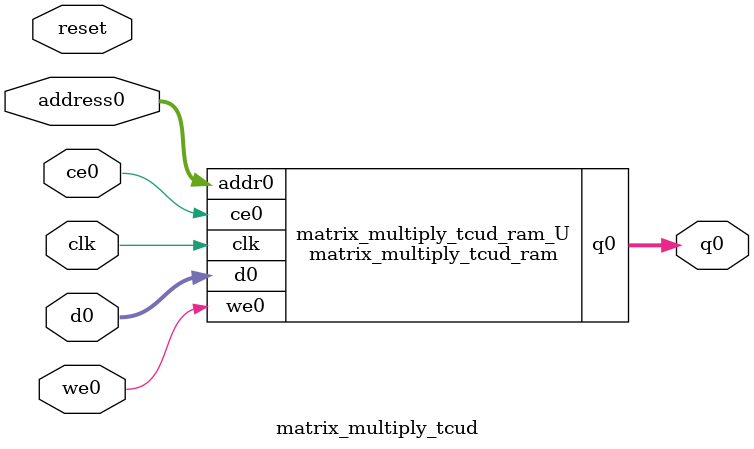
<source format=v>

`timescale 1 ns / 1 ps
module matrix_multiply_tcud_ram (addr0, ce0, d0, we0, q0,  clk);

parameter DWIDTH = 8;
parameter AWIDTH = 8;
parameter MEM_SIZE = 131;

input[AWIDTH-1:0] addr0;
input ce0;
input[DWIDTH-1:0] d0;
input we0;
output reg[DWIDTH-1:0] q0;
input clk;

(* ram_style = "block" *)reg [DWIDTH-1:0] ram[0:MEM_SIZE-1];




always @(posedge clk)  
begin 
    if (ce0) 
    begin
        if (we0) 
        begin 
            ram[addr0] <= d0; 
            q0 <= d0;
        end 
        else 
            q0 <= ram[addr0];
    end
end


endmodule


`timescale 1 ns / 1 ps
module matrix_multiply_tcud(
    reset,
    clk,
    address0,
    ce0,
    we0,
    d0,
    q0);

parameter DataWidth = 32'd8;
parameter AddressRange = 32'd131;
parameter AddressWidth = 32'd8;
input reset;
input clk;
input[AddressWidth - 1:0] address0;
input ce0;
input we0;
input[DataWidth - 1:0] d0;
output[DataWidth - 1:0] q0;



matrix_multiply_tcud_ram matrix_multiply_tcud_ram_U(
    .clk( clk ),
    .addr0( address0 ),
    .ce0( ce0 ),
    .we0( we0 ),
    .d0( d0 ),
    .q0( q0 ));

endmodule


</source>
